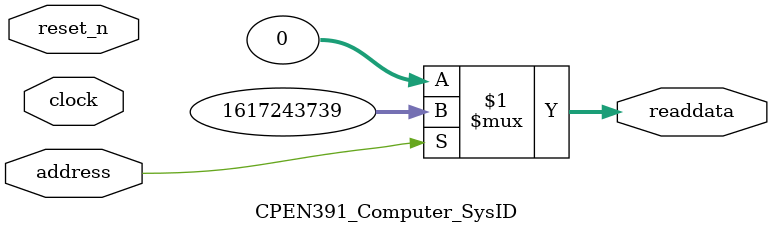
<source format=v>



// synthesis translate_off
`timescale 1ns / 1ps
// synthesis translate_on

// turn off superfluous verilog processor warnings 
// altera message_level Level1 
// altera message_off 10034 10035 10036 10037 10230 10240 10030 

module CPEN391_Computer_SysID (
               // inputs:
                address,
                clock,
                reset_n,

               // outputs:
                readdata
             )
;

  output  [ 31: 0] readdata;
  input            address;
  input            clock;
  input            reset_n;

  wire    [ 31: 0] readdata;
  //control_slave, which is an e_avalon_slave
  assign readdata = address ? 1617243739 : 0;

endmodule



</source>
